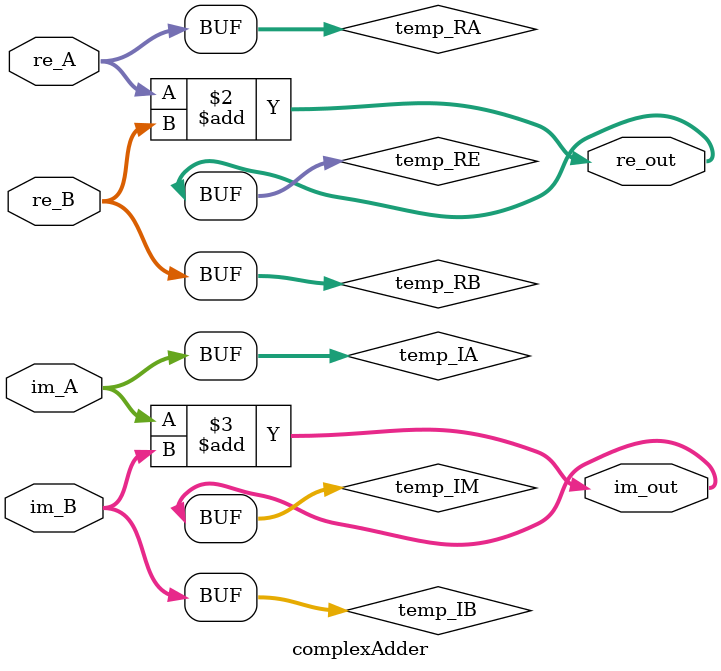
<source format=v>
`timescale 1ns / 1ps
/*	
   ===================================================================
   Module Name  : complex adder
      
   Filename     : complexAdder.v
   Type         : Verilog Module
   
   Description  : 
                  Complex adder with independent buses for real and imaginary parts.
                  Input    :  "DATA_WIDTH" length word in 2's complement representation.
                  Output   :  "DATA_WIDTH" length word in 2's complement representation.
                  
                  Designer must take care of overflow. 
                  We recommend to instantiate a "DATA WIDTH" length adder for "DATA WIDTH-1" length inputs.
                  
   -----------------------------------------------------------------------------
   Clocks      : -
   Reset       : -
   Parameters  :   
         NAME                         Comments                                            Default
         -------------------------------------------------------------------------------------------
         DATA_WIDTH              Number of data bits for inputs and outputs               18 
         -------------------------------------------------------------------------------------------
   Version     : 1.0
   Data        : 14 Nov 2018
   Revision    : -
   Reviser     : -		
   ------------------------------------------------------------------------------
      Modification Log "please register all the modifications in this area"
      (D/M/Y)  
      
   ----------------------
   // Instance template
   ----------------------
   complexAdder
   #(
      .DATA_WIDTH    ()
   )
   "MODULE_NAME"
   (
       .re_A      (),
       .im_A      (),
       .re_B      (),
       .im_B      (),
       .re_out    (),
       .im_out    ()
   );
*/

module complexAdder
#(
   parameter DATA_WIDTH = 18
)
(
    input  [DATA_WIDTH-1 : 0] re_A,
	 input  [DATA_WIDTH-1 : 0] im_A,
	 input  [DATA_WIDTH-1 : 0] re_B,
	 input  [DATA_WIDTH-1 : 0] im_B,
    output [DATA_WIDTH-1 : 0] re_out,
	 output [DATA_WIDTH-1 : 0] im_out
);
	
	reg signed [DATA_WIDTH -1: 0] temp_RA;
	reg signed [DATA_WIDTH -1: 0] temp_IA;
	reg signed [DATA_WIDTH -1: 0] temp_RB;
	reg signed [DATA_WIDTH -1: 0] temp_IB;
	
	wire signed [DATA_WIDTH-1: 0] temp_RE;
	wire signed [DATA_WIDTH-1: 0] temp_IM;
	
	always@(re_A, re_B, im_A, im_B)
	begin
		temp_RA = re_A;
		temp_IA = im_A;
		temp_RB = re_B;
		temp_IB = im_B;
	end 
	
	assign temp_RE = temp_RA + temp_RB;
	assign temp_IM = temp_IA + temp_IB;
	
	assign re_out = temp_RE;
	assign im_out = temp_IM;
endmodule

</source>
